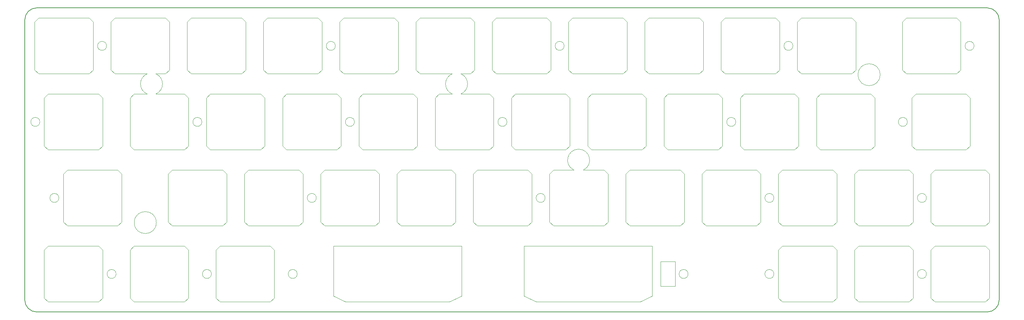
<source format=gbr>
%TF.GenerationSoftware,KiCad,Pcbnew,8.0.5*%
%TF.CreationDate,2024-11-17T18:39:50+01:00*%
%TF.ProjectId,plate tray split,706c6174-6520-4747-9261-792073706c69,rev?*%
%TF.SameCoordinates,Original*%
%TF.FileFunction,Profile,NP*%
%FSLAX46Y46*%
G04 Gerber Fmt 4.6, Leading zero omitted, Abs format (unit mm)*
G04 Created by KiCad (PCBNEW 8.0.5) date 2024-11-17 18:39:50*
%MOMM*%
%LPD*%
G01*
G04 APERTURE LIST*
%TA.AperFunction,Profile*%
%ADD10C,0.100000*%
%TD*%
%TA.AperFunction,Profile*%
%ADD11C,0.200000*%
%TD*%
%TA.AperFunction,Profile*%
%ADD12C,0.120000*%
%TD*%
G04 APERTURE END LIST*
D10*
X139856250Y-56006250D02*
X139856250Y-44006250D01*
X53330477Y-37956250D02*
X45293750Y-37956250D01*
D11*
X266156045Y-94631650D02*
G75*
G02*
X263156044Y-97631645I-3000045J50D01*
G01*
D10*
X247978782Y-69056250D02*
G75*
G02*
X245733718Y-69056250I-1122532J0D01*
G01*
X245733718Y-69056250D02*
G75*
G02*
X247978782Y-69056250I1122532J0D01*
G01*
X125256250Y-44006250D02*
X126256250Y-43006250D01*
X55509349Y-43006250D02*
X62656250Y-43006250D01*
X120493750Y-36956250D02*
X120493750Y-24956250D01*
X243216282Y-50006250D02*
G75*
G02*
X240971218Y-50006250I-1122532J0D01*
G01*
X240971218Y-50006250D02*
G75*
G02*
X243216282Y-50006250I1122532J0D01*
G01*
X45293750Y-23956250D02*
X57893750Y-23956250D01*
X181559133Y-85023727D02*
X185202687Y-85023727D01*
X185202687Y-91151781D01*
X181559133Y-91151781D01*
X181559133Y-85023727D01*
X126256250Y-57006250D02*
X125256250Y-56006250D01*
X153831250Y-63056250D02*
X154831250Y-62056250D01*
X105103782Y-50006250D02*
G75*
G02*
X102858718Y-50006250I-1122532J0D01*
G01*
X102858718Y-50006250D02*
G75*
G02*
X105103782Y-50006250I1122532J0D01*
G01*
X152728782Y-69056250D02*
G75*
G02*
X150483718Y-69056250I-1122532J0D01*
G01*
X150483718Y-69056250D02*
G75*
G02*
X152728782Y-69056250I1122532J0D01*
G01*
D11*
X22768752Y-24431750D02*
G75*
G02*
X25768750Y-21431752I2999998J0D01*
G01*
D10*
X134093750Y-37956250D02*
X131707031Y-37956250D01*
X26522532Y-50006250D02*
G75*
G02*
X24277468Y-50006250I-1122532J0D01*
G01*
X24277468Y-50006250D02*
G75*
G02*
X26522532Y-50006250I1122532J0D01*
G01*
X167431250Y-76056250D02*
X154831250Y-76056250D01*
X139856250Y-56006250D02*
X138856250Y-57006250D01*
D11*
X263156044Y-21431750D02*
X25768750Y-21431750D01*
D10*
X259885032Y-30956250D02*
G75*
G02*
X257639968Y-30956250I-1122532J0D01*
G01*
X257639968Y-30956250D02*
G75*
G02*
X259885032Y-30956250I1122532J0D01*
G01*
X209878782Y-69056250D02*
G75*
G02*
X207633718Y-69056250I-1122532J0D01*
G01*
X207633718Y-69056250D02*
G75*
G02*
X209878782Y-69056250I1122532J0D01*
G01*
D11*
X263156044Y-21431750D02*
G75*
G02*
X266156050Y-24431751I-44J-3000050D01*
G01*
D10*
X43191282Y-30956250D02*
G75*
G02*
X40946218Y-30956250I-1122532J0D01*
G01*
X40946218Y-30956250D02*
G75*
G02*
X43191282Y-30956250I1122532J0D01*
G01*
X247978782Y-88106250D02*
G75*
G02*
X245733718Y-88106250I-1122532J0D01*
G01*
X245733718Y-88106250D02*
G75*
G02*
X247978782Y-88106250I1122532J0D01*
G01*
X55507031Y-37956250D02*
G75*
G02*
X55509349Y-43006250I-1088281J-2525500D01*
G01*
X167431250Y-62056250D02*
X168431250Y-63056250D01*
D11*
X25768750Y-97631651D02*
X263156044Y-97631651D01*
D10*
X50056250Y-57006250D02*
X49056250Y-56006250D01*
X62656250Y-57006250D02*
X50056250Y-57006250D01*
X214641282Y-30956250D02*
G75*
G02*
X212396218Y-30956250I-1122532J0D01*
G01*
X212396218Y-30956250D02*
G75*
G02*
X214641282Y-30956250I1122532J0D01*
G01*
X120493750Y-24956250D02*
X121493750Y-23956250D01*
X135093750Y-36956250D02*
X134093750Y-37956250D01*
X90816282Y-88106250D02*
G75*
G02*
X88571218Y-88106250I-1122532J0D01*
G01*
X88571218Y-88106250D02*
G75*
G02*
X90816282Y-88106250I1122532J0D01*
G01*
X53328157Y-43006250D02*
G75*
G02*
X53330477Y-37956249I1090593J2524500D01*
G01*
D11*
X266156045Y-94631650D02*
X266156045Y-24431751D01*
D10*
X129528157Y-43006250D02*
G75*
G02*
X129530477Y-37956249I1090593J2524500D01*
G01*
X236406045Y-38181750D02*
G75*
G02*
X230906045Y-38181750I-2750000J0D01*
G01*
X230906045Y-38181750D02*
G75*
G02*
X236406045Y-38181750I2750000J0D01*
G01*
X162305771Y-62056250D02*
X167431250Y-62056250D01*
X168431250Y-63056250D02*
X168431250Y-75056250D01*
X121493750Y-37956250D02*
X120493750Y-36956250D01*
X131707031Y-37956250D02*
G75*
G02*
X131709349Y-43006250I-1088281J-2525500D01*
G01*
X50056250Y-43006250D02*
X49056250Y-44006250D01*
X138856250Y-43006250D02*
X131709349Y-43006250D01*
X157491282Y-30956250D02*
G75*
G02*
X155246218Y-30956250I-1122532J0D01*
G01*
X155246218Y-30956250D02*
G75*
G02*
X157491282Y-30956250I1122532J0D01*
G01*
X188447532Y-88106250D02*
G75*
G02*
X186202468Y-88106250I-1122532J0D01*
G01*
X186202468Y-88106250D02*
G75*
G02*
X188447532Y-88106250I1122532J0D01*
G01*
X67003782Y-50006250D02*
G75*
G02*
X64758718Y-50006250I-1122532J0D01*
G01*
X64758718Y-50006250D02*
G75*
G02*
X67003782Y-50006250I1122532J0D01*
G01*
X50056250Y-43006250D02*
X53328157Y-43006250D01*
D11*
X22768752Y-24431750D02*
X22768752Y-94631650D01*
D10*
X95578782Y-69056250D02*
G75*
G02*
X93333718Y-69056250I-1122532J0D01*
G01*
X93333718Y-69056250D02*
G75*
G02*
X95578782Y-69056250I1122532J0D01*
G01*
X121493750Y-23956250D02*
X134093750Y-23956250D01*
X31285032Y-69056250D02*
G75*
G02*
X29039968Y-69056250I-1122532J0D01*
G01*
X29039968Y-69056250D02*
G75*
G02*
X31285032Y-69056250I1122532J0D01*
G01*
X63656250Y-44006250D02*
X63656250Y-56006250D01*
X100341282Y-30956250D02*
G75*
G02*
X98096218Y-30956250I-1122532J0D01*
G01*
X98096218Y-30956250D02*
G75*
G02*
X100341282Y-30956250I1122532J0D01*
G01*
X58893750Y-24956250D02*
X58893750Y-36956250D01*
X45293750Y-37956250D02*
X44293750Y-36956250D01*
X143203782Y-50006250D02*
G75*
G02*
X140958718Y-50006250I-1122532J0D01*
G01*
X140958718Y-50006250D02*
G75*
G02*
X143203782Y-50006250I1122532J0D01*
G01*
X55618752Y-75231651D02*
G75*
G02*
X50118752Y-75231651I-2750000J0D01*
G01*
X50118752Y-75231651D02*
G75*
G02*
X55618752Y-75231651I2750000J0D01*
G01*
X45572532Y-88106250D02*
G75*
G02*
X43327468Y-88106250I-1122532J0D01*
G01*
X43327468Y-88106250D02*
G75*
G02*
X45572532Y-88106250I1122532J0D01*
G01*
X129530477Y-37956250D02*
X121493750Y-37956250D01*
X69385032Y-88106250D02*
G75*
G02*
X67139968Y-88106250I-1122532J0D01*
G01*
X67139968Y-88106250D02*
G75*
G02*
X69385032Y-88106250I1122532J0D01*
G01*
X154831250Y-76056250D02*
X153831250Y-75056250D01*
X62656250Y-43006250D02*
X63656250Y-44006250D01*
X57893750Y-37956250D02*
X58893750Y-36956250D01*
X209878782Y-88106250D02*
G75*
G02*
X207633718Y-88106250I-1122532J0D01*
G01*
X207633718Y-88106250D02*
G75*
G02*
X209878782Y-88106250I1122532J0D01*
G01*
X58893750Y-24956250D02*
X57893750Y-23956250D01*
X138856250Y-43006250D02*
X139856250Y-44006250D01*
X126256250Y-57006250D02*
X138856250Y-57006250D01*
X200353782Y-50006250D02*
G75*
G02*
X198108718Y-50006250I-1122532J0D01*
G01*
X198108718Y-50006250D02*
G75*
G02*
X200353782Y-50006250I1122532J0D01*
G01*
X129528157Y-43006250D02*
X126256250Y-43006250D01*
X62656250Y-57006250D02*
X63656250Y-56006250D01*
X44293750Y-24956250D02*
X45293750Y-23956250D01*
X159906319Y-62056250D02*
G75*
G02*
X162305771Y-62056250I1199726J2474502D01*
G01*
D11*
X25768750Y-97631651D02*
G75*
G02*
X22768749Y-94631650I0J3000001D01*
G01*
D10*
X57893750Y-37956250D02*
X55507031Y-37956250D01*
X49056250Y-56006250D02*
X49056250Y-44006250D01*
X153831250Y-75056250D02*
X153831250Y-63056250D01*
X168431250Y-75056250D02*
X167431250Y-76056250D01*
X134093750Y-23956250D02*
X135093750Y-24956250D01*
X125256250Y-44006250D02*
X125256250Y-56006250D01*
X44293750Y-36956250D02*
X44293750Y-24956250D01*
X154831250Y-62056250D02*
X159906319Y-62056250D01*
X135093750Y-24956250D02*
X135093750Y-36956250D01*
D12*
%TO.C,REF\u002A\u002A*%
X139543750Y-24956250D02*
X139543750Y-36956250D01*
X139543750Y-36956250D02*
X140543750Y-37956250D01*
X140543750Y-23956250D02*
X139543750Y-24956250D01*
X140543750Y-37956250D02*
X153143750Y-37956250D01*
X153143750Y-23956250D02*
X140543750Y-23956250D01*
X153143750Y-23956250D02*
X154143750Y-24956250D01*
X153143750Y-37956250D02*
X154143750Y-36956250D01*
X154143750Y-36956250D02*
X154143750Y-24956250D01*
X49056250Y-82106250D02*
X49056250Y-94106250D01*
X49056250Y-94106250D02*
X50056250Y-95106250D01*
X50056250Y-81106250D02*
X49056250Y-82106250D01*
X50056250Y-95106250D02*
X62656250Y-95106250D01*
X62656250Y-81106250D02*
X50056250Y-81106250D01*
X62656250Y-81106250D02*
X63656250Y-82106250D01*
X62656250Y-95106250D02*
X63656250Y-94106250D01*
X63656250Y-94106250D02*
X63656250Y-82106250D01*
X27625000Y-82106250D02*
X27625000Y-94106250D01*
X27625000Y-94106250D02*
X28625000Y-95106250D01*
X28625000Y-81106250D02*
X27625000Y-82106250D01*
X28625000Y-95106250D02*
X41225000Y-95106250D01*
X41225000Y-81106250D02*
X28625000Y-81106250D01*
X41225000Y-81106250D02*
X42225000Y-82106250D01*
X41225000Y-95106250D02*
X42225000Y-94106250D01*
X42225000Y-94106250D02*
X42225000Y-82106250D01*
X106206250Y-44006250D02*
X106206250Y-56006250D01*
X106206250Y-56006250D02*
X107206250Y-57006250D01*
X107206250Y-43006250D02*
X106206250Y-44006250D01*
X107206250Y-57006250D02*
X119806250Y-57006250D01*
X119806250Y-43006250D02*
X107206250Y-43006250D01*
X119806250Y-43006250D02*
X120806250Y-44006250D01*
X119806250Y-57006250D02*
X120806250Y-56006250D01*
X120806250Y-56006250D02*
X120806250Y-44006250D01*
X172881250Y-63056250D02*
X172881250Y-75056250D01*
X172881250Y-75056250D02*
X173881250Y-76056250D01*
X173881250Y-62056250D02*
X172881250Y-63056250D01*
X173881250Y-76056250D02*
X186481250Y-76056250D01*
X186481250Y-62056250D02*
X173881250Y-62056250D01*
X186481250Y-62056250D02*
X187481250Y-63056250D01*
X186481250Y-76056250D02*
X187481250Y-75056250D01*
X187481250Y-75056250D02*
X187481250Y-63056250D01*
X87156250Y-44006250D02*
X87156250Y-56006250D01*
X87156250Y-56006250D02*
X88156250Y-57006250D01*
X88156250Y-43006250D02*
X87156250Y-44006250D01*
X88156250Y-57006250D02*
X100756250Y-57006250D01*
X100756250Y-43006250D02*
X88156250Y-43006250D01*
X100756250Y-43006250D02*
X101756250Y-44006250D01*
X100756250Y-57006250D02*
X101756250Y-56006250D01*
X101756250Y-56006250D02*
X101756250Y-44006250D01*
X68106250Y-44006250D02*
X68106250Y-56006250D01*
X68106250Y-56006250D02*
X69106250Y-57006250D01*
X69106250Y-43006250D02*
X68106250Y-44006250D01*
X69106250Y-57006250D02*
X81706250Y-57006250D01*
X81706250Y-43006250D02*
X69106250Y-43006250D01*
X81706250Y-43006250D02*
X82706250Y-44006250D01*
X81706250Y-57006250D02*
X82706250Y-56006250D01*
X82706250Y-56006250D02*
X82706250Y-44006250D01*
X215743750Y-24956250D02*
X215743750Y-36956250D01*
X215743750Y-36956250D02*
X216743750Y-37956250D01*
X216743750Y-23956250D02*
X215743750Y-24956250D01*
X216743750Y-37956250D02*
X229343750Y-37956250D01*
X229343750Y-23956250D02*
X216743750Y-23956250D01*
X229343750Y-23956250D02*
X230343750Y-24956250D01*
X229343750Y-37956250D02*
X230343750Y-36956250D01*
X230343750Y-36956250D02*
X230343750Y-24956250D01*
X244318750Y-44006250D02*
X244318750Y-56006250D01*
X244318750Y-56006250D02*
X245318750Y-57006250D01*
X245318750Y-43006250D02*
X244318750Y-44006250D01*
X245318750Y-57006250D02*
X257918750Y-57006250D01*
X257918750Y-43006250D02*
X245318750Y-43006250D01*
X257918750Y-43006250D02*
X258918750Y-44006250D01*
X257918750Y-57006250D02*
X258918750Y-56006250D01*
X258918750Y-56006250D02*
X258918750Y-44006250D01*
X241937500Y-24956250D02*
X241937500Y-36956250D01*
X241937500Y-36956250D02*
X242937500Y-37956250D01*
X242937500Y-23956250D02*
X241937500Y-24956250D01*
X242937500Y-37956250D02*
X255537500Y-37956250D01*
X255537500Y-23956250D02*
X242937500Y-23956250D01*
X255537500Y-23956250D02*
X256537500Y-24956250D01*
X255537500Y-37956250D02*
X256537500Y-36956250D01*
X256537500Y-36956250D02*
X256537500Y-24956250D01*
X201456250Y-44006250D02*
X201456250Y-56006250D01*
X201456250Y-56006250D02*
X202456250Y-57006250D01*
X202456250Y-43006250D02*
X201456250Y-44006250D01*
X202456250Y-57006250D02*
X215056250Y-57006250D01*
X215056250Y-43006250D02*
X202456250Y-43006250D01*
X215056250Y-43006250D02*
X216056250Y-44006250D01*
X215056250Y-57006250D02*
X216056250Y-56006250D01*
X216056250Y-56006250D02*
X216056250Y-44006250D01*
X77631250Y-63056250D02*
X77631250Y-75056250D01*
X77631250Y-75056250D02*
X78631250Y-76056250D01*
X78631250Y-62056250D02*
X77631250Y-63056250D01*
X78631250Y-76056250D02*
X91231250Y-76056250D01*
X91231250Y-62056250D02*
X78631250Y-62056250D01*
X91231250Y-62056250D02*
X92231250Y-63056250D01*
X91231250Y-76056250D02*
X92231250Y-75056250D01*
X92231250Y-75056250D02*
X92231250Y-63056250D01*
X32387500Y-63056250D02*
X32387500Y-75056250D01*
X32387500Y-75056250D02*
X33387500Y-76056250D01*
X33387500Y-62056250D02*
X32387500Y-63056250D01*
X33387500Y-76056250D02*
X45987500Y-76056250D01*
X45987500Y-62056250D02*
X33387500Y-62056250D01*
X45987500Y-62056250D02*
X46987500Y-63056250D01*
X45987500Y-76056250D02*
X46987500Y-75056250D01*
X46987500Y-75056250D02*
X46987500Y-63056250D01*
X191931250Y-63056250D02*
X191931250Y-75056250D01*
X191931250Y-75056250D02*
X192931250Y-76056250D01*
X192931250Y-62056250D02*
X191931250Y-63056250D01*
X192931250Y-76056250D02*
X205531250Y-76056250D01*
X205531250Y-62056250D02*
X192931250Y-62056250D01*
X205531250Y-62056250D02*
X206531250Y-63056250D01*
X205531250Y-76056250D02*
X206531250Y-75056250D01*
X206531250Y-75056250D02*
X206531250Y-63056250D01*
X182406250Y-44006250D02*
X182406250Y-56006250D01*
X182406250Y-56006250D02*
X183406250Y-57006250D01*
X183406250Y-43006250D02*
X182406250Y-44006250D01*
X183406250Y-57006250D02*
X196006250Y-57006250D01*
X196006250Y-43006250D02*
X183406250Y-43006250D01*
X196006250Y-43006250D02*
X197006250Y-44006250D01*
X196006250Y-57006250D02*
X197006250Y-56006250D01*
X197006250Y-56006250D02*
X197006250Y-44006250D01*
X27625000Y-44006250D02*
X27625000Y-56006250D01*
X27625000Y-56006250D02*
X28625000Y-57006250D01*
X28625000Y-43006250D02*
X27625000Y-44006250D01*
X28625000Y-57006250D02*
X41225000Y-57006250D01*
X41225000Y-43006250D02*
X28625000Y-43006250D01*
X41225000Y-43006250D02*
X42225000Y-44006250D01*
X41225000Y-57006250D02*
X42225000Y-56006250D01*
X42225000Y-56006250D02*
X42225000Y-44006250D01*
X249081250Y-82106250D02*
X249081250Y-94106250D01*
X249081250Y-94106250D02*
X250081250Y-95106250D01*
X250081250Y-81106250D02*
X249081250Y-82106250D01*
X250081250Y-95106250D02*
X262681250Y-95106250D01*
X262681250Y-81106250D02*
X250081250Y-81106250D01*
X262681250Y-81106250D02*
X263681250Y-82106250D01*
X262681250Y-95106250D02*
X263681250Y-94106250D01*
X263681250Y-94106250D02*
X263681250Y-82106250D01*
X115731250Y-63056250D02*
X115731250Y-75056250D01*
X115731250Y-75056250D02*
X116731250Y-76056250D01*
X116731250Y-62056250D02*
X115731250Y-63056250D01*
X116731250Y-76056250D02*
X129331250Y-76056250D01*
X129331250Y-62056250D02*
X116731250Y-62056250D01*
X129331250Y-62056250D02*
X130331250Y-63056250D01*
X129331250Y-76056250D02*
X130331250Y-75056250D01*
X130331250Y-75056250D02*
X130331250Y-63056250D01*
X25243750Y-24956250D02*
X25243750Y-36956250D01*
X25243750Y-36956250D02*
X26243750Y-37956250D01*
X26243750Y-23956250D02*
X25243750Y-24956250D01*
X26243750Y-37956250D02*
X38843750Y-37956250D01*
X38843750Y-23956250D02*
X26243750Y-23956250D01*
X38843750Y-23956250D02*
X39843750Y-24956250D01*
X38843750Y-37956250D02*
X39843750Y-36956250D01*
X39843750Y-36956250D02*
X39843750Y-24956250D01*
X58581250Y-63056250D02*
X58581250Y-75056250D01*
X58581250Y-75056250D02*
X59581250Y-76056250D01*
X59581250Y-62056250D02*
X58581250Y-63056250D01*
X59581250Y-76056250D02*
X72181250Y-76056250D01*
X72181250Y-62056250D02*
X59581250Y-62056250D01*
X72181250Y-62056250D02*
X73181250Y-63056250D01*
X72181250Y-76056250D02*
X73181250Y-75056250D01*
X73181250Y-75056250D02*
X73181250Y-63056250D01*
X101443750Y-24956250D02*
X101443750Y-36956250D01*
X101443750Y-36956250D02*
X102443750Y-37956250D01*
X102443750Y-23956250D02*
X101443750Y-24956250D01*
X102443750Y-37956250D02*
X115043750Y-37956250D01*
X115043750Y-23956250D02*
X102443750Y-23956250D01*
X115043750Y-23956250D02*
X116043750Y-24956250D01*
X115043750Y-37956250D02*
X116043750Y-36956250D01*
X116043750Y-36956250D02*
X116043750Y-24956250D01*
X147512500Y-81106250D02*
X179512500Y-81106250D01*
X147512500Y-88106250D02*
X147512500Y-81106250D01*
X147512500Y-88106250D02*
X147512500Y-93606250D01*
X147512500Y-93606250D02*
X150512500Y-95106250D01*
X176512500Y-95106250D02*
X150512500Y-95106250D01*
X179512500Y-81106250D02*
X179512500Y-88106250D01*
X179512500Y-88106250D02*
X179512500Y-93606250D01*
X179512500Y-93606250D02*
X176512500Y-95106250D01*
X230031250Y-63056250D02*
X230031250Y-75056250D01*
X230031250Y-75056250D02*
X231031250Y-76056250D01*
X231031250Y-62056250D02*
X230031250Y-63056250D01*
X231031250Y-76056250D02*
X243631250Y-76056250D01*
X243631250Y-62056250D02*
X231031250Y-62056250D01*
X243631250Y-62056250D02*
X244631250Y-63056250D01*
X243631250Y-76056250D02*
X244631250Y-75056250D01*
X244631250Y-75056250D02*
X244631250Y-63056250D01*
X249081250Y-63056250D02*
X249081250Y-75056250D01*
X249081250Y-75056250D02*
X250081250Y-76056250D01*
X250081250Y-62056250D02*
X249081250Y-63056250D01*
X250081250Y-76056250D02*
X262681250Y-76056250D01*
X262681250Y-62056250D02*
X250081250Y-62056250D01*
X262681250Y-62056250D02*
X263681250Y-63056250D01*
X262681250Y-76056250D02*
X263681250Y-75056250D01*
X263681250Y-75056250D02*
X263681250Y-63056250D01*
X210981250Y-82106250D02*
X210981250Y-94106250D01*
X210981250Y-94106250D02*
X211981250Y-95106250D01*
X211981250Y-81106250D02*
X210981250Y-82106250D01*
X211981250Y-95106250D02*
X224581250Y-95106250D01*
X224581250Y-81106250D02*
X211981250Y-81106250D01*
X224581250Y-81106250D02*
X225581250Y-82106250D01*
X224581250Y-95106250D02*
X225581250Y-94106250D01*
X225581250Y-94106250D02*
X225581250Y-82106250D01*
X96681250Y-63056250D02*
X96681250Y-75056250D01*
X96681250Y-75056250D02*
X97681250Y-76056250D01*
X97681250Y-62056250D02*
X96681250Y-63056250D01*
X97681250Y-76056250D02*
X110281250Y-76056250D01*
X110281250Y-62056250D02*
X97681250Y-62056250D01*
X110281250Y-62056250D02*
X111281250Y-63056250D01*
X110281250Y-76056250D02*
X111281250Y-75056250D01*
X111281250Y-75056250D02*
X111281250Y-63056250D01*
X163356250Y-44006250D02*
X163356250Y-56006250D01*
X163356250Y-56006250D02*
X164356250Y-57006250D01*
X164356250Y-43006250D02*
X163356250Y-44006250D01*
X164356250Y-57006250D02*
X176956250Y-57006250D01*
X176956250Y-43006250D02*
X164356250Y-43006250D01*
X176956250Y-43006250D02*
X177956250Y-44006250D01*
X176956250Y-57006250D02*
X177956250Y-56006250D01*
X177956250Y-56006250D02*
X177956250Y-44006250D01*
X82393750Y-24956250D02*
X82393750Y-36956250D01*
X82393750Y-36956250D02*
X83393750Y-37956250D01*
X83393750Y-23956250D02*
X82393750Y-24956250D01*
X83393750Y-37956250D02*
X95993750Y-37956250D01*
X95993750Y-23956250D02*
X83393750Y-23956250D01*
X95993750Y-23956250D02*
X96993750Y-24956250D01*
X95993750Y-37956250D02*
X96993750Y-36956250D01*
X96993750Y-36956250D02*
X96993750Y-24956250D01*
X70487500Y-82106250D02*
X70487500Y-94106250D01*
X70487500Y-94106250D02*
X71487500Y-95106250D01*
X71487500Y-81106250D02*
X70487500Y-82106250D01*
X71487500Y-95106250D02*
X84087500Y-95106250D01*
X84087500Y-81106250D02*
X71487500Y-81106250D01*
X84087500Y-81106250D02*
X85087500Y-82106250D01*
X84087500Y-95106250D02*
X85087500Y-94106250D01*
X85087500Y-94106250D02*
X85087500Y-82106250D01*
X210981250Y-63056250D02*
X210981250Y-75056250D01*
X210981250Y-75056250D02*
X211981250Y-76056250D01*
X211981250Y-62056250D02*
X210981250Y-63056250D01*
X211981250Y-76056250D02*
X224581250Y-76056250D01*
X224581250Y-62056250D02*
X211981250Y-62056250D01*
X224581250Y-62056250D02*
X225581250Y-63056250D01*
X224581250Y-76056250D02*
X225581250Y-75056250D01*
X225581250Y-75056250D02*
X225581250Y-63056250D01*
X196693750Y-24956250D02*
X196693750Y-36956250D01*
X196693750Y-36956250D02*
X197693750Y-37956250D01*
X197693750Y-23956250D02*
X196693750Y-24956250D01*
X197693750Y-37956250D02*
X210293750Y-37956250D01*
X210293750Y-23956250D02*
X197693750Y-23956250D01*
X210293750Y-23956250D02*
X211293750Y-24956250D01*
X210293750Y-37956250D02*
X211293750Y-36956250D01*
X211293750Y-36956250D02*
X211293750Y-24956250D01*
X134781250Y-63056250D02*
X134781250Y-75056250D01*
X134781250Y-75056250D02*
X135781250Y-76056250D01*
X135781250Y-62056250D02*
X134781250Y-63056250D01*
X135781250Y-76056250D02*
X148381250Y-76056250D01*
X148381250Y-62056250D02*
X135781250Y-62056250D01*
X148381250Y-62056250D02*
X149381250Y-63056250D01*
X148381250Y-76056250D02*
X149381250Y-75056250D01*
X149381250Y-75056250D02*
X149381250Y-63056250D01*
X177643750Y-24956250D02*
X177643750Y-36956250D01*
X177643750Y-36956250D02*
X178643750Y-37956250D01*
X178643750Y-23956250D02*
X177643750Y-24956250D01*
X178643750Y-37956250D02*
X191243750Y-37956250D01*
X191243750Y-23956250D02*
X178643750Y-23956250D01*
X191243750Y-23956250D02*
X192243750Y-24956250D01*
X191243750Y-37956250D02*
X192243750Y-36956250D01*
X192243750Y-36956250D02*
X192243750Y-24956250D01*
X220506250Y-44006250D02*
X220506250Y-56006250D01*
X220506250Y-56006250D02*
X221506250Y-57006250D01*
X221506250Y-43006250D02*
X220506250Y-44006250D01*
X221506250Y-57006250D02*
X234106250Y-57006250D01*
X234106250Y-43006250D02*
X221506250Y-43006250D01*
X234106250Y-43006250D02*
X235106250Y-44006250D01*
X234106250Y-57006250D02*
X235106250Y-56006250D01*
X235106250Y-56006250D02*
X235106250Y-44006250D01*
X99887500Y-81106250D02*
X131887500Y-81106250D01*
X99887500Y-88106250D02*
X99887500Y-81106250D01*
X99887500Y-88106250D02*
X99887500Y-93606250D01*
X99887500Y-93606250D02*
X102887500Y-95106250D01*
X128887500Y-95106250D02*
X102887500Y-95106250D01*
X131887500Y-81106250D02*
X131887500Y-88106250D01*
X131887500Y-88106250D02*
X131887500Y-93606250D01*
X131887500Y-93606250D02*
X128887500Y-95106250D01*
X63343750Y-24956250D02*
X63343750Y-36956250D01*
X63343750Y-36956250D02*
X64343750Y-37956250D01*
X64343750Y-23956250D02*
X63343750Y-24956250D01*
X64343750Y-37956250D02*
X76943750Y-37956250D01*
X76943750Y-23956250D02*
X64343750Y-23956250D01*
X76943750Y-23956250D02*
X77943750Y-24956250D01*
X76943750Y-37956250D02*
X77943750Y-36956250D01*
X77943750Y-36956250D02*
X77943750Y-24956250D01*
X144306250Y-44006250D02*
X144306250Y-56006250D01*
X144306250Y-56006250D02*
X145306250Y-57006250D01*
X145306250Y-43006250D02*
X144306250Y-44006250D01*
X145306250Y-57006250D02*
X157906250Y-57006250D01*
X157906250Y-43006250D02*
X145306250Y-43006250D01*
X157906250Y-43006250D02*
X158906250Y-44006250D01*
X157906250Y-57006250D02*
X158906250Y-56006250D01*
X158906250Y-56006250D02*
X158906250Y-44006250D01*
X158593750Y-24956250D02*
X158593750Y-36956250D01*
X158593750Y-36956250D02*
X159593750Y-37956250D01*
X159593750Y-23956250D02*
X158593750Y-24956250D01*
X159593750Y-37956250D02*
X172193750Y-37956250D01*
X172193750Y-23956250D02*
X159593750Y-23956250D01*
X172193750Y-23956250D02*
X173193750Y-24956250D01*
X172193750Y-37956250D02*
X173193750Y-36956250D01*
X173193750Y-36956250D02*
X173193750Y-24956250D01*
X230031250Y-82106250D02*
X230031250Y-94106250D01*
X230031250Y-94106250D02*
X231031250Y-95106250D01*
X231031250Y-81106250D02*
X230031250Y-82106250D01*
X231031250Y-95106250D02*
X243631250Y-95106250D01*
X243631250Y-81106250D02*
X231031250Y-81106250D01*
X243631250Y-81106250D02*
X244631250Y-82106250D01*
X243631250Y-95106250D02*
X244631250Y-94106250D01*
X244631250Y-94106250D02*
X244631250Y-82106250D01*
%TD*%
M02*

</source>
